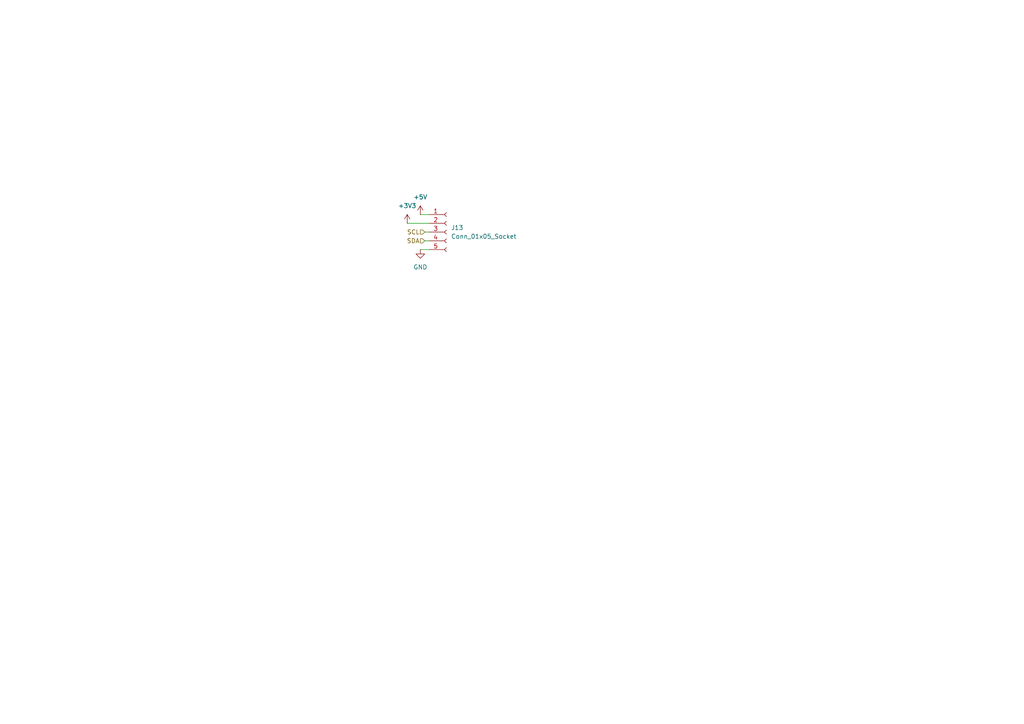
<source format=kicad_sch>
(kicad_sch (version 20231120) (generator "eeschema") (generator_version "8.0")
  (paper "A4")
  (lib_symbols
    (symbol "Connector:Conn_01x05_Socket" (pin_names (offset 1.016) hide)
      (property "Reference" "J" (at 0 7.62 0))
      (property "Value" "Conn_01x05_Socket" (at 0 -7.62 0))
      (symbol "Conn_01x05_Socket_1_1"
        (arc (start 0 -4.572) (mid -0.5058 -5.08) (end 0 -5.588) (stroke (width 0.1524)))
        (arc (start 0 -2.032) (mid -0.5058 -2.54) (end 0 -3.048) (stroke (width 0.1524)))
        (polyline (pts (xy -1.27 -5.08) (xy -0.508 -5.08)) (stroke (width 0.1524)))
        (polyline (pts (xy -1.27 -2.54) (xy -0.508 -2.54)) (stroke (width 0.1524)))
        (polyline (pts (xy -1.27 0) (xy -0.508 0)) (stroke (width 0.1524)))
        (polyline (pts (xy -1.27 2.54) (xy -0.508 2.54)) (stroke (width 0.1524)))
        (polyline (pts (xy -1.27 5.08) (xy -0.508 5.08)) (stroke (width 0.1524)))
        (arc (start 0 0.508) (mid -0.5058 0) (end 0 -0.508) (stroke (width 0.1524)))
        (arc (start 0 3.048) (mid -0.5058 2.54) (end 0 2.032) (stroke (width 0.1524)))
        (arc (start 0 5.588) (mid -0.5058 5.08) (end 0 4.572) (stroke (width 0.1524)))
        (pin passive line (at -5.08 5.08 0) (length 3.81) (name "Pin_1") (number "1"))
        (pin passive line (at -5.08 2.54 0) (length 3.81) (name "Pin_2") (number "2"))
        (pin passive line (at -5.08 0 0) (length 3.81) (name "Pin_3") (number "3"))
        (pin passive line (at -5.08 -2.54 0) (length 3.81) (name "Pin_4") (number "4"))
        (pin passive line (at -5.08 -5.08 0) (length 3.81) (name "Pin_5") (number "5"))
      )
    )
    (symbol "power:+3V3" (power) (pin_numbers hide) (pin_names (offset 0) hide)
      (property "Value" "+3V3" (at 0 3.556 0))
      (symbol "+3V3_0_1"
        (polyline (pts (xy -0.762 1.27) (xy 0 2.54)))
        (polyline (pts (xy 0 0) (xy 0 2.54)))
        (polyline (pts (xy 0 2.54) (xy 0.762 1.27)))
      )
      (symbol "+3V3_1_1"
        (pin power_in line (at 0 0 90) (length 0) (name "~") (number "1"))
      )
    )
    (symbol "power:+5V" (power) (pin_numbers hide) (pin_names (offset 0) hide)
      (property "Value" "+5V" (at 0 3.556 0))
      (symbol "+5V_0_1"
        (polyline (pts (xy -0.762 1.27) (xy 0 2.54)))
        (polyline (pts (xy 0 0) (xy 0 2.54)))
        (polyline (pts (xy 0 2.54) (xy 0.762 1.27)))
      )
      (symbol "+5V_1_1"
        (pin power_in line (at 0 0 90) (length 0) (name "~") (number "1"))
      )
    )
    (symbol "power:GND" (power) (pin_numbers hide) (pin_names (offset 0) hide)
      (property "Value" "GND" (at 0 -3.81 0))
      (symbol "GND_0_1"
        (polyline (pts (xy 0 0) (xy 0 -1.27) (xy 1.27 -1.27) (xy 0 -2.54) (xy -1.27 -1.27) (xy 0 -1.27)))
      )
      (symbol "GND_1_1"
        (pin power_in line (at 0 0 270) (length 0) (name "~") (number "1"))
      )
    )
  )
  (wire (pts (xy 121.92 62.23) (xy 124.46 62.23)))
  (wire (pts (xy 121.92 72.39) (xy 124.46 72.39)))
  (wire (pts (xy 123.19 67.31) (xy 124.46 67.31)))
  (wire (pts (xy 118.11 64.77) (xy 124.46 64.77)))
  (wire (pts (xy 123.19 69.85) (xy 124.46 69.85)))
  (hierarchical_label "SCL" (shape input) (at 123.19 67.31 180))
  (hierarchical_label "SDA" (shape input) (at 123.19 69.85 180))
  (symbol (lib_id "power:GND") (at 121.92 72.39 0) (unit 1)
    (property "Reference" "#PWR030" (effects (hide yes)))
    (property "Value" "GND" (at 121.92 77.47 0))
    (property "Description" "Power symbol creates a global label with name \"GND\" , ground" (effects (hide yes)))
  )
  (symbol (lib_id "Connector:Conn_01x05_Socket") (at 129.54 67.31 0) (unit 1)
    (property "Reference" "J13" (at 130.81 66.0399 0) (effects (justify left)))
    (property "Value" "Conn_01x05_Socket" (at 130.81 68.5799 0) (effects (justify left)))
    (property "Footprint" "TerminalBlock:TerminalBlock_bornier-5_P5.08mm" (effects (hide yes)))
    (property "Description" "Generic connector, single row, 01x05, script generated" (effects (hide yes)))
  )
  (symbol (lib_id "power:+5V") (at 121.92 62.23 0) (unit 1)
    (property "Reference" "#PWR028" (effects (hide yes)))
    (property "Value" "+5V" (at 121.92 57.15 0))
    (property "Description" "Power symbol creates a global label with name \"+5V\"" (effects (hide yes)))
  )
  (symbol (lib_id "power:+3V3") (at 118.11 64.77 0) (unit 1)
    (property "Reference" "#PWR029" (effects (hide yes)))
    (property "Value" "+3V3" (at 118.11 59.69 0))
    (property "Description" "Power symbol creates a global label with name \"+3V3\"" (effects (hide yes)))
  )
)
</source>
